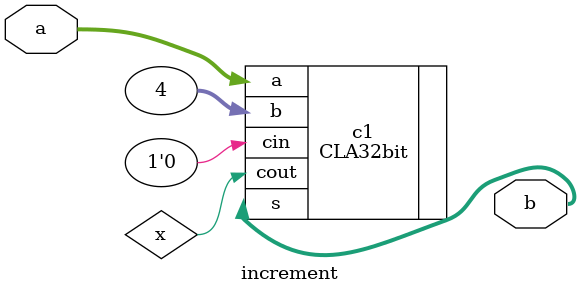
<source format=v>
module increment(
  input [31:0] a,
  output [31:0] b
);
    wire x;
    CLA32bit c1 (.s(b), .a(a), .b(32'd4), .cin(1'b0), .cout(x));

endmodule
</source>
